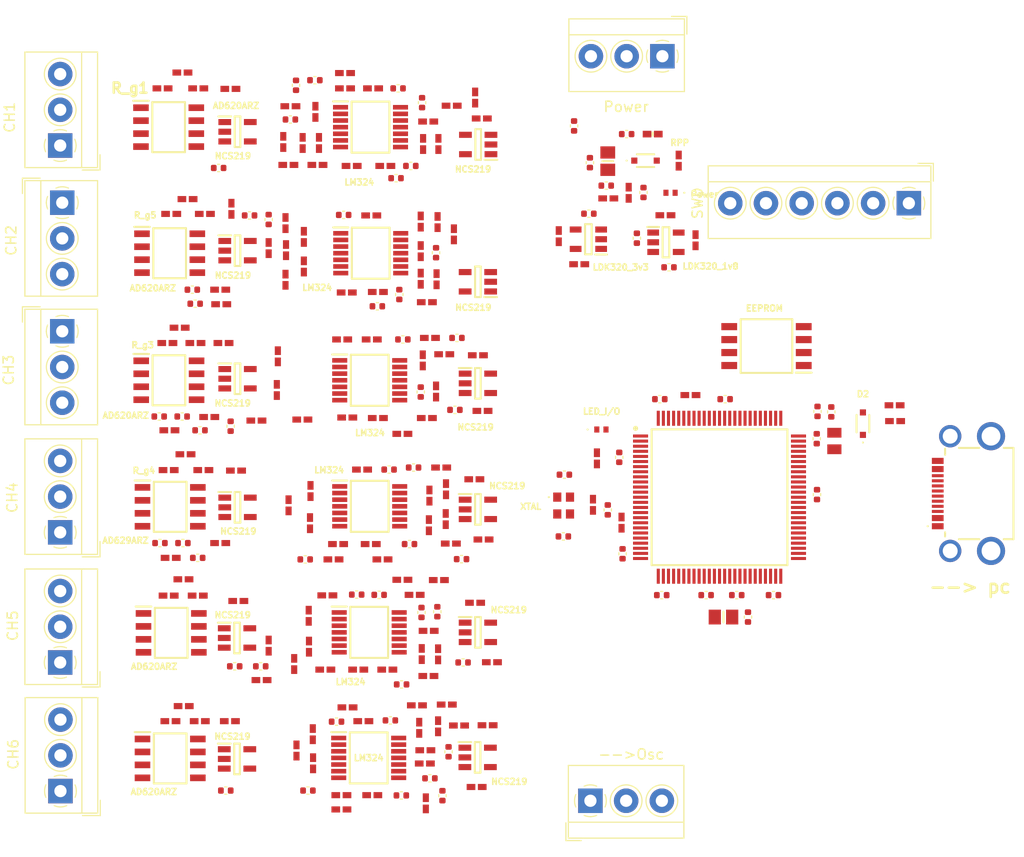
<source format=kicad_pcb>
(kicad_pcb (version 20221018) (generator pcbnew)
  (layers (0 "F.Cu" mixed) (1 "In1.Cu" power) (2 "In2.Cu" mixed) (3 "In3.Cu" power) (4 "In4.Cu" power) (31 "B.Cu" mixed) (34 "B.Paste" user) (35 "F.Paste" user) (36 "B.SilkS" user "B.Silkscreen") (37 "F.SilkS" user "F.Silkscreen") (38 "B.Mask" user) (39 "F.Mask" user) (44 "Edge.Cuts" user))
  (net 0 "")
  (net 1 "GND")
  (net 2 "-12V")
  (net 3 "/Analog Signal Conditioner (ASC)/OUT_INS_6")
  (net 4 "Net-(C14-Pad1)")
  (net 5 "/Analog Signal Conditioner (ASC)/OUT_1_6")
  (net 6 "Net-(C15-Pad1)")
  (net 7 "/Analog Signal Conditioner (ASC)/OUT_INS_1")
  (net 8 "Net-(C16-Pad1)")
  (net 9 "/Analog Signal Conditioner (ASC)/OUT_1_1")
  (net 10 "Net-(C17-Pad1)")
  (net 11 "/Analog Signal Conditioner (ASC)/OUT_INS_2")
  (net 12 "Net-(C18-Pad1)")
  (net 13 "/Analog Signal Conditioner (ASC)/OUT_1_2")
  (net 14 "Net-(C19-Pad1)")
  (net 15 "/Analog Signal Conditioner (ASC)/OUT_1_3")
  (net 16 "Net-(C20-Pad1)")
  (net 17 "/Analog Signal Conditioner (ASC)/OUT_INS_4")
  (net 18 "Net-(C21-Pad1)")
  (net 19 "/Analog Signal Conditioner (ASC)/OUT_1_4")
  (net 20 "Net-(C10-Pad2)")
  (net 21 "/Analog Signal Conditioner (ASC)/OUT_INS_5")
  (net 22 "Net-(C11-Pad2)")
  (net 23 "/Analog Signal Conditioner (ASC)/OUT_1_5")
  (net 24 "Net-(C12-Pad2)")
  (net 25 "/Analog Signal Conditioner (ASC)/OUT_INS_3")
  (net 26 "Net-(C13-Pad2)")
  (net 27 "/Analog Signal Conditioner (ASC)/IN+1_6")
  (net 28 "/Analog Signal Conditioner (ASC)/IN+2_6")
  (net 29 "/Analog Signal Conditioner (ASC)/IN+1_1")
  (net 30 "/Analog Signal Conditioner (ASC)/IN+2_1")
  (net 31 "/Analog Signal Conditioner (ASC)/IN+1_2")
  (net 32 "/Analog Signal Conditioner (ASC)/IN+2_2")
  (net 33 "/Analog Signal Conditioner (ASC)/IN+2_3")
  (net 34 "/Analog Signal Conditioner (ASC)/IN+1_4")
  (net 35 "/Analog Signal Conditioner (ASC)/IN+2_4")
  (net 36 "/Analog Signal Conditioner (ASC)/IN+1_5")
  (net 37 "/Analog Signal Conditioner (ASC)/IN+2_5")
  (net 38 "/Analog Signal Conditioner (ASC)/IN+1_3")
  (net 39 "Net-(C26-Pad1)")
  (net 40 "/Analog Signal Conditioner (ASC)/OUT_4_2")
  (net 41 "/Analog Signal Conditioner (ASC)/IN+4_2")
  (net 42 "Net-(C28-Pad1)")
  (net 43 "/Analog Signal Conditioner (ASC)/OUT_4_3")
  (net 44 "/Analog Signal Conditioner (ASC)/IN+4_3")
  (net 45 "Net-(C30-Pad1)")
  (net 46 "/Analog Signal Conditioner (ASC)/OUT_4_4")
  (net 47 "/Analog Signal Conditioner (ASC)/IN+4_4")
  (net 48 "Net-(C32-Pad1)")
  (net 49 "/Analog Signal Conditioner (ASC)/OUT_4_1")
  (net 50 "/Analog Signal Conditioner (ASC)/IN+4_1")
  (net 51 "Net-(C34-Pad1)")
  (net 52 "/Analog Signal Conditioner (ASC)/OUT_3_2")
  (net 53 "/Analog Signal Conditioner (ASC)/IN+3_2")
  (net 54 "Net-(C36-Pad1)")
  (net 55 "/Analog Signal Conditioner (ASC)/OUT_3_3")
  (net 56 "/Analog Signal Conditioner (ASC)/IN+3_3")
  (net 57 "Net-(C38-Pad1)")
  (net 58 "/Analog Signal Conditioner (ASC)/OUT_4_5")
  (net 59 "/Analog Signal Conditioner (ASC)/IN+4_5")
  (net 60 "Net-(C40-Pad1)")
  (net 61 "/Analog Signal Conditioner (ASC)/OUT_4_6")
  (net 62 "/Analog Signal Conditioner (ASC)/IN+4_6")
  (net 63 "Net-(C42-Pad1)")
  (net 64 "/Analog Signal Conditioner (ASC)/OUT_3_4")
  (net 65 "/Analog Signal Conditioner (ASC)/IN+3_4")
  (net 66 "Net-(C44-Pad1)")
  (net 67 "/Analog Signal Conditioner (ASC)/OUT_3_1")
  (net 68 "/Analog Signal Conditioner (ASC)/IN+3_1")
  (net 69 "Net-(C46-Pad1)")
  (net 70 "/Analog Signal Conditioner (ASC)/OUT_3_5")
  (net 71 "/Analog Signal Conditioner (ASC)/IN+3_5")
  (net 72 "Net-(C48-Pad1)")
  (net 73 "/Analog Signal Conditioner (ASC)/OUT_3_6")
  (net 74 "/Analog Signal Conditioner (ASC)/IN+3_6")
  (net 75 "+3.3V")
  (net 76 "Net-(IC25-VDDA)")
  (net 77 "Net-(IC25-PF0-OSC_IN)")
  (net 78 "Net-(Y1-X2)")
  (net 79 "/MCU/NRST")
  (net 80 "Net-(C64-Pad1)")
  (net 81 "+5V")
  (net 82 "Net-(IC26-EN)")
  (net 83 "Net-(IC1-RG_1)")
  (net 84 "EMG_1-")
  (net 85 "EMG_1+")
  (net 86 "+12V")
  (net 87 "Net-(IC1-RG_2)")
  (net 88 "Net-(IC2-RG_1)")
  (net 89 "EMG_3-")
  (net 90 "EMG_3+")
  (net 91 "REF_3")
  (net 92 "Net-(IC2-RG_2)")
  (net 93 "Net-(IC3-RG_1)")
  (net 94 "EMG_4-")
  (net 95 "EMG_4+")
  (net 96 "REF_4")
  (net 97 "Net-(IC3-RG_2)")
  (net 98 "Net-(IC4-RG_1)")
  (net 99 "EMG_5-")
  (net 100 "EMG_5+")
  (net 101 "REF_5")
  (net 102 "Net-(IC4-RG_2)")
  (net 103 "Net-(IC5-RG_1)")
  (net 104 "EMG_2-")
  (net 105 "EMG_2+")
  (net 106 "REF_2")
  (net 107 "Net-(IC5-RG_2)")
  (net 108 "Net-(IC6-RG_1)")
  (net 109 "EMG_6-")
  (net 110 "EMG_6+")
  (net 111 "REF_6")
  (net 112 "Net-(IC6-RG_2)")
  (net 113 "REF_1")
  (net 114 "Net-(IC7-IN-)")
  (net 115 "Net-(IC8-IN-)")
  (net 116 "Net-(IC9-IN-)")
  (net 117 "Net-(IC10-IN-)")
  (net 118 "Net-(IC11-IN-)")
  (net 119 "Net-(IC12-IN-)")
  (net 120 "/Analog Signal Conditioner (ASC)/IN-1_2")
  (net 121 "/Analog Signal Conditioner (ASC)/IN-2_2")
  (net 122 "/Analog Signal Conditioner (ASC)/OUT_2_2")
  (net 123 "/Analog Signal Conditioner (ASC)/IN-3_2")
  (net 124 "/Analog Signal Conditioner (ASC)/IN-4_2")
  (net 125 "/Analog Signal Conditioner (ASC)/IN-1_3")
  (net 126 "/Analog Signal Conditioner (ASC)/IN-2_3")
  (net 127 "/Analog Signal Conditioner (ASC)/OUT_2_3")
  (net 128 "/Analog Signal Conditioner (ASC)/IN-3_3")
  (net 129 "/Analog Signal Conditioner (ASC)/IN-4_3")
  (net 130 "/Analog Signal Conditioner (ASC)/IN-1_4")
  (net 131 "/Analog Signal Conditioner (ASC)/IN-2_4")
  (net 132 "/Analog Signal Conditioner (ASC)/OUT_2_4")
  (net 133 "/Analog Signal Conditioner (ASC)/IN-3_4")
  (net 134 "/Analog Signal Conditioner (ASC)/IN-4_4")
  (net 135 "/Analog Signal Conditioner (ASC)/IN-1_1")
  (net 136 "/Analog Signal Conditioner (ASC)/IN-2_1")
  (net 137 "/Analog Signal Conditioner (ASC)/OUT_2_1")
  (net 138 "/Analog Signal Conditioner (ASC)/IN-3_1")
  (net 139 "/Analog Signal Conditioner (ASC)/IN-4_1")
  (net 140 "/Analog Signal Conditioner (ASC)/IN-1_5")
  (net 141 "/Analog Signal Conditioner (ASC)/IN-2_5")
  (net 142 "/Analog Signal Conditioner (ASC)/OUT_2_5")
  (net 143 "/Analog Signal Conditioner (ASC)/IN-3_5")
  (net 144 "/Analog Signal Conditioner (ASC)/IN-4_5")
  (net 145 "/Analog Signal Conditioner (ASC)/IN-1_6")
  (net 146 "/Analog Signal Conditioner (ASC)/IN-2_6")
  (net 147 "/Analog Signal Conditioner (ASC)/OUT_2_6")
  (net 148 "/Analog Signal Conditioner (ASC)/IN-3_6")
  (net 149 "/Analog Signal Conditioner (ASC)/IN-4_6")
  (net 150 "/Analog Signal Conditioner (ASC)/ASC->ADC_1_USER2")
  (net 151 "/Analog Signal Conditioner (ASC)/IN-1_3_2")
  (net 152 "/Analog Signal Conditioner (ASC)/ASC->ADC_2_USER1")
  (net 153 "/Analog Signal Conditioner (ASC)/IN-1_3_3")
  (net 154 "/Analog Signal Conditioner (ASC)/ASC->ADC_2_USER2")
  (net 155 "/Analog Signal Conditioner (ASC)/IN-1_3_4")
  (net 156 "/Analog Signal Conditioner (ASC)/ASC->ADC_1_USER1")
  (net 157 "/Analog Signal Conditioner (ASC)/IN-1_3_1")
  (net 158 "/Analog Signal Conditioner (ASC)/ASC->ADC_3_USER1")
  (net 159 "/Analog Signal Conditioner (ASC)/IN-1_3_5")
  (net 160 "/Analog Signal Conditioner (ASC)/ASC->ADC_3_USER2")
  (net 161 "/Analog Signal Conditioner (ASC)/IN-1_3_6")
  (net 165 "Net-(IC25-PE5)")
  (net 170 "/SCLK_DRV")
  (net 172 "Net-(IC25-PF1-OSC_OUT)")
  (net 180 "/MCU/DAC1_OUT1_Osc")
  (net 181 "/MCU/DAC1_OUT2_Osc")
  (net 196 "/SCS5_DRV")
  (net 198 "/SDATO_DRV")
  (net 199 "/SDATI_DRV")
  (net 202 "/SCS4_DRV")
  (net 204 "/SCS3_DRV")
  (net 206 "/SCS2_DRV")
  (net 208 "/SCS1_DRV")
  (net 215 "/MCU/USB-FS_D_N")
  (net 216 "/MCU/USB-FS_D_P")
  (net 217 "/MCU/SWDIO")
  (net 218 "/MCU/SWCLK")
  (net 220 "/FLASH/SPI3_SCK_Flash")
  (net 221 "/FLASH/SPI3_SO_Flash")
  (net 222 "/FLASH/SPI3_SI_Flash")
  (net 224 "/FLASH/Chip-Enable-I{slash}O")
  (net 226 "/FLASH/Write_Protect_I{slash}O")
  (net 228 "/FLASH/RST{slash}HLD-I{slash}O")
  (net 231 "/MCU/SWO")
  (net 236 "Net-(IC25-PB8-BOOT0)")
  (net 240 "Net-(IC26-OUT)")
  (net 241 "Net-(IC27-OUT)")
  (net 242 "Net-(J8-CC1)")
  (net 245 "Net-(J8-CC2)")
  (net 248 "Net-(LED1-Pad1)")
  (net 249 "Net-(LED6-Pad1)")
  (net 250 "/Analog Signal Conditioner (ASC)/ASC->ADC­_1_USER1")
  (net 251 "-5V")
  (net 252 "+1.8V")
  (footprint "Fermion_1:Single Opamp" (layer "F.Cu") (at 171.925 152.65)
    (fp_text reference "NCS219")
    (fp_text value "NCS21911SN2T1G" hide)
  )
  (footprint "Fermion_1:RES0402" (layer "F.Cu") (at 216.8 126.48 -90)
    (fp_text reference "R137" hide)
    (fp_text value "91K" hide)
  )
  (footprint "Fermion_1:RES0402" (layer "F.Cu") (at 191.575 167.05 90)
    (fp_text reference "R112" hide)
    (fp_text value "1K" hide)
  )
  (footprint "Capacitor_SMD:C_0402_1005Metric" (layer "F.Cu") (at 187.775 131.8 90)
    (fp_text reference "C35" hide)
    (fp_text value "12nF")
  )
  (footprint "Fermion_1:RES0402" (layer "F.Cu") (at 190.375 181.65 90)
    (fp_text reference "R90" hide)
    (fp_text value "5.36K" hide)
  )
  (footprint "TerminalBlock_4Ucon:TerminalBlock_4Ucon_1x03_P3.50mm_Horizontal" (layer "F.Cu") (at 154.55 155.1 90)
    (fp_text reference "CH4")
    (fp_text value "Screw_Terminal")
  )
  (footprint "Fermion_1:RES0402" (layer "F.Cu") (at 191.605 117.05 90)
    (fp_text reference "R110" hide)
    (fp_text value "1K" hide)
  )
  (footprint "Fermion_1:RES0402" (layer "F.Cu") (at 190.605 114.85)
    (fp_text reference "R97" hide)
    (fp_text value "2K" hide)
  )
  (footprint "Fermion_1:RES0402" (layer "F.Cu") (at 185.075 136.2)
    (fp_text reference "R84" hide)
    (fp_text value "5.36K" hide)
  )
  (footprint "TerminalBlock_4Ucon:TerminalBlock_4Ucon_1x03_P3.50mm_Horizontal" (layer "F.Cu") (at 154.75 135.4 -90)
    (fp_text reference "CH3")
    (fp_text value "Screw_Terminal")
  )
  (footprint "Fermion_1:RES0402" (layer "F.Cu") (at 193.625 174.025)
    (fp_text reference "R74" hide)
    (fp_text value "10k" hide)
  )
  (footprint "Capacitor_SMD:C_0402_1005Metric" (layer "F.Cu") (at 219.7 142.05)
    (fp_text reference "C57" hide)
    (fp_text value "100nF")
  )
  (footprint "Fermion_1:RES0402" (layer "F.Cu") (at 178.9 163.275 90)
    (fp_text reference "R61" hide)
    (fp_text value "3K" hide)
  )
  (footprint "Fermion_1:RES0402" (layer "F.Cu") (at 165.175 149 180)
    (fp_text reference "R_g4")
    (fp_text value "10K" hide)
  )
  (footprint "Fermion_1:RES0402" (layer "F.Cu") (at 176.625 130.35 90)
    (fp_text reference "R54" hide)
    (fp_text value "1K" hide)
  )
  (footprint "Fermion_1:Single Opamp" (layer "F.Cu") (at 171.925 115.85)
    (fp_text reference "NCS219")
    (fp_text value "NCS21911SN2T1G" hide)
  )
  (footprint "Fermion_1:RES0402" (layer "F.Cu") (at 182.175 136.2)
    (fp_text reference "R72" hide)
    (fp_text value "5.36K" hide)
  )
  (footprint "Capacitor_SMD:C_0402_1005Metric" (layer "F.Cu") (at 189.95 162.95 90)
    (fp_text reference "C38" hide)
    (fp_text value "33nF")
  )
  (footprint "Capacitor_SMD:C_0402_1005Metric" (layer "F.Cu") (at 209.325 147.75 90)
    (fp_text reference "C59" hide)
    (fp_text value "100nF")
  )
  (footprint "Fermion_1:RES0402" (layer "F.Cu") (at 171.225 111.65)
    (fp_text reference "R2" hide)
    (fp_text value "1M_1%" hide)
  )
  (footprint "Fermion_1:RES0402" (layer "F.Cu") (at 176.925 152.45 90)
    (fp_text reference "R58" hide)
    (fp_text value "1K" hide)
  )
  (footprint "Fermion_1:LM324_SOP65P640X120-14N" (layer "F.Cu") (at 184.825 164.9)
    (fp_text reference "LM324")
    (fp_text value "LM324PT" hide)
  )
  (footprint "Capacitor_SMD:C_0402_1005Metric" (layer "F.Cu") (at 178.555 157.75)
    (fp_text reference "C22" hide)
    (fp_text value "0.1uF")
  )
  (footprint "Capacitor_SMD:C_0402_1005Metric" (layer "F.Cu") (at 174.975 124.45 -90)
    (fp_text reference "C19" hide)
    (fp_text value "0.1uF")
  )
  (footprint "TerminalBlock_4Ucon:TerminalBlock_4Ucon_1x03_P3.50mm_Horizontal" (layer "F.Cu") (at 154.75 122.8 -90)
    (fp_text reference "CH2")
    (fp_text value "Screw_Terminal")
  )
  (footprint "Capacitor_SMD:C_0402_1005Metric" (layer "F.Cu") (at 181.625 173.65)
    (fp_text reference "C3" hide)
    (fp_text value "0.1uF")
  )
  (footprint "Fermion_1:RES0402" (layer "F.Cu") (at 190.075 138.25 90)
    (fp_text reference "R101" hide)
    (fp_text value "2K" hide)
  )
  (footprint "Fermion_1:VARC1005X41N_ESDsup" (layer "F.Cu") (at 212.6 116.08)
    (fp_text reference "RV1" hide)
    (fp_text value "ESD-Supresssor" hide)
  )
  (footprint "Capacitor_SMD:C_0402_1005Metric" (layer "F.Cu") (at 173.105 124.05)
    (fp_text reference "C7" hide)
    (fp_text value "0.1uF")
  )
  (footprint "Fermion_1:RES0402" (layer "F.Cu") (at 195.2 162 180)
    (fp_text reference "R123" hide)
    (fp_text value "20K" hide)
  )
  (footprint "Capacitor_SMD:C_0402_1005Metric" (layer "F.Cu") (at 185.625 132.95)
    (fp_text reference "C34" hide)
    (fp_text value "82nF")
  )
  (footprint "Fermion_1:RES0402" (layer "F.Cu") (at 191.425 130.3 90)
    (fp_text reference "R100" hide)
    (fp_text value "1K" hide)
  )
  (footprint "Capacitor_SMD:C_0402_1005Metric" (layer "F.Cu") (at 174.2 168.225)
    (fp_text reference "C23" hide)
    (fp_text value "1uF")
  )
  (footprint "Fermion_1:RES0402" (layer "F.Cu") (at 210.25 121.83 90)
    (fp_text reference "R132" hide)
    (fp_text value "1K" hide)
  )
  (footprint "Capacitor_SMD:C_0402_1005Metric" (layer "F.Cu") (at 168.025 157.6)
    (fp_text reference "C10" hide)
    (fp_text value "0.1uF")
  )
  (footprint "Fermion_1:RES0402" (layer "F.Cu") (at 184.25 173.6 180)
    (fp_text reference "R44" hide)
    (fp_text value "1K" hide)
  )
  (footprint "Fermion_1:RES0402" (layer "F.Cu") (at 182.1 180.85 180)
    (fp_text reference "R45" hide)
    (fp_text value "3K" hide)
  )
  (footprint "Fermion_1:RES0402" (layer "F.Cu") (at 186.6 168.55)
    (fp_text reference "R89" hide)
    (fp_text value "5.36K" hide)
  )
  (footprint "Fermion_1:RES0402" (layer "F.Cu") (at 191.575 174.1 -90)
    (fp_text reference "R20" hide)
    (fp_text value "95.3k" hide)
  )
  (footprint "Fermion_1:RES0402" (layer "F.Cu") (at 166.525 110.05)
    (fp_text reference "R13" hide)
    (fp_text value "22K_1%" hide)
  )
  (footprint "Fermion_1:RES0402" (layer "F.Cu") (at 189.275 161.225)
    (fp_text reference "R29" hide)
    (fp_text value "95.3k" hide)
  )
  (footprint "Fermion_1:RES0402" (layer "F.Cu") (at 175.875 137.85 90)
    (fp_text reference "R65" hide)
    (fp_text value "3K" hide)
  )
  (footprint "Fermion_1:RES0402" (layer "F.Cu") (at 192.825 156.2)
    (fp_text reference "R69" hide)
    (fp_text value "10k" hide)
  )
  (footprint "Capacitor_SMD:C_0402_1005Metric" (layer "F.Cu") (at 209.65 157.2 90)
    (fp_text reference "C53" hide)
    (fp_text value "100nF")
  )
  (footprint "Fermion_1:RES0402" (layer "F.Cu") (at 183.75 168.55)
    (fp_text reference "R77" hide)
    (fp_text value "5.36K" hide)
  )
  (footprint "Fermion_1:RES0402" (layer "F.Cu") (at 179.3 174.875 90)
    (fp_text reference "R43" hide)
    (fp_text value "3K" hide)
  )
  (footprint "Fermion_1:RES0402" (layer "F.Cu") (at 165.25 145.1)
    (fp_text reference "R42" hide)
    (fp_text value "23.2K" hide)
  )
  (footprint "Fermion_1:RES0402" (layer "F.Cu") (at 236.35 144.2)
    (fp_text reference "R139" hide)
    (fp_text value "5K1" hide)
  )
  (footprint "Fermion_1:RES0402" (layer "F.Cu") (at 186.405 119.2)
    (fp_text reference "R88" hide)
    (fp_text value "5.36K" hide)
  )
  (footprint "Capacitor_SMD:C_0402_1005Metric" (layer "F.Cu") (at 192 180.9 -90)
    (fp_text reference "C49" hide)
    (fp_text value "12nF")
  )
  (footprint "Fermion_1:RES0402" (layer "F.Cu") (at 192.425 171.975 180)
    (fp_text reference "R106" hide)
    (fp_text value "1K" hide)
  )
  (footprint "Fermion_1:RES0402" (layer "F.Cu") (at 174.275 169.575)
    (fp_text reference "R40" hide)
    (fp_text value "23.2K" hide)
  )
  (footprint "Fermion_1:RES0402" (layer "F.Cu") (at 195.475 137.75 180)
    (fp_text reference "R117" hide)
    (fp_text value "20K" hide)
  )
  (footprint "Fermion_1:RES0402" (layer "F.Cu") (at 216.3 141.65)
    (fp_text reference "R129" hide)
    (fp_text value "1K" hide)
  )
  (footprint "Fermion_1:RES0402" (layer "F.Cu") (at 190.725 151.5 -90)
    (fp_text reference "R108" hide)
    (fp_text value "1K" hide)
  )
  (footprint "Fermion_1:RES0402" (layer "F.Cu") (at 206.75 152.4 90)
    (fp_text reference "R127" hide)
    (fp_text value "1K" hide)
  )
  (footprint "Fermion_1:AD620" (layer "F.Cu") (at 165.425 164.95)
    (fp_text reference "AD620ARZ")
    (fp_text value "AD620ARZ" hide)
  )
  (footprint "Fermion_1:Single Opamp" (layer "F.Cu") (at 171.925 140.05)
    (fp_text reference "NCS219")
    (fp_text value "NCS21911SN2T1G" hide)
  )
  (footprint "Capacitor_SMD:C_0402_1005Metric" (layer "F.Cu") (at 204.9 115.28 90)
    (fp_text reference "C1" hide)
    (fp_text value "1uF/12V")
  )
  (footprint "Fermion_1:RES0402" (layer "F.Cu") (at 177.475 168 -90)
    (fp_text reference "R64" hide)
    (fp_text value "1K" hide)
  )
  (footprint "Fermion_1:LM324_SOP65P640X120-14N" (layer "F.Cu") (at 184.775 177.2)
    (fp_text reference "LM324")
    (fp_text value "LM324PT" hide)
  )
  (footprint "Fermion_1:RES0402" (layer "F.Cu") (at 182.455 111.6)
    (fp_text reference "R70" hide)
    (fp_text value "10k" hide)
  )
  (footprint "Fermion_1:RES0402" (layer "F.Cu") (at 176.675 127.45 90)
    (fp_text reference "R53" hide)
    (fp_text value "3K" hide)
  )
  (footprint "Capacitor_SMD:C_0402_1005Metric" (layer "F.Cu") (at 211.7 121.8 90)
    (fp_text reference "C66" hide)
    (fp_text value "100pF")
  )
  (footprint "Fermion_1:RES0402" (layer "F.Cu") (at 193.125 125.9 90)
    (fp_text reference "R116" hide)
    (fp_text value "10K" hide)
  )
  (footprint "Fermion_1:RES0402" (layer "F.Cu") (at 178.425 129.05 90)
    (fp_text reference "R52" hide)
    (fp_text value "1K" hide)
  )
  (footprint "Capacitor_SMD:C_0402_1005Metric" (layer "F.Cu") (at 189.875 141.35 90)
    (fp_text reference "C37" hide)
    (fp_text value "12nF")
  )
  (footprint "Capacitor_SMD:C_0402_1005Metric" (layer "F.Cu") (at 203.85 155.5 180)
    (fp_text reference "C62" hide)
    (fp_text value "100pF")
  )
  (footprint "Fermion_1:RES0402" (layer "F.Cu") (at 179.325 177.725 90)
    (fp_text reference "R19" hide)
    (fp_text value "3.48K" hide)
  )
  (footprint "Fermion_1:ABM10_XTAL" (layer "F.Cu") (at 203.875 152.475 -90)
    (fp_text reference "XTAL")
    (fp_text value "ABM10-16.000MHZ-D30-T3" hide)
  )
  (footprint "Fermion_1:RES0402" (layer "F.Cu") (at 171.175 173.6)
    (fp_text reference "R12" hide)
    (fp_text value "1M_1%" hide)
  )
  (footprint "Fermion_1:RES0402" (layer "F.Cu") (at 192.905 113.3 180)
    (fp_text reference "R98" hide)
    (fp_text value "1K" hide)
  )
  (footprint "TerminalBlock_4Ucon:TerminalBlock_4Ucon_1x03_P3.50mm_Horizontal" (layer "F.Cu") (at 206.5 181.4)
    (fp_text reference "-->Osc")
    (fp_text value "--> Osc")
  )
  (footprint "Fermion_1:RES0402" (layer "F.Cu") (at 182.625 131.6)
    (fp_text reference "R71" hide)
    (fp_text value "5.36K" hide)
  )
  (footprint "Fermion_1:Single Opamp" (layer "F.Cu") (at 171.875 165.45)
    (fp_text reference "NCS219")
    (fp_text value "NCS21911SN2T1G" hide)
  )
  (footprint "Capacitor_SMD:C_0402_1005Metric" (layer "F.Cu") (at 193.425 136.05 180)
    (fp_text reference "C29" hide)
    (fp_text value "30nF")
  )
  (footprint "Fermion_1:Single Opamp" (layer "F.Cu") (at 195.45 177.15)
    (fp_text reference "NCS219")
    (fp_text value "NCS21911SN2T1G" hide)
  )
  (footprint "Capacitor_SMD:C_0402_1005Metric" (layer "F.Cu") (at 213.3 142.05)
    (fp_text reference "C50" hide)
    (fp_text value "2u2F")
  )
  (footprint "Capacitor_SMD:C_0402_1005Metric" (layer "F.Cu") (at 170.775 180.4)
    (fp_text reference "C2" hide)
    (fp_text value "1uF")
  )
  (footprint "Capacitor_SMD:C_0402_1005Metric" (layer "F.Cu") (at 217.838 161.25 180)
    (fp_text reference "C60" hide)
    (fp_text value "100nF")
  )
  (footprint "Fermion_1:RES0402" (layer "F.Cu") (at 186.125 157.75)
    (fp_text reference "R87" hide)
    (fp_text value "5.36K" hide)
  )
  (footprint "Fermion_1:RES0402" (layer "F.Cu") (at 236.3 142.65)
    (fp_text reference "R138" hide)
    (fp_text value "5K1" hide)
  )
  (footprint "Fermion_1:RES0402" (layer "F.Cu") (at 195.35 180.05)
    (fp_text reference "R126" hide)
    (fp_text value "10K" hide)
  )
  (footprint "Capacitor_SMD:C_0402_1005Metric" (layer "F.Cu") (at 186.775 148.95)
    (fp_text reference "C43" hide)
    (fp_text value "12nF")
  )
  (footprint "Fermion_1:AD620" (layer "F.Cu") (at 165.2 140.2)
    (fp_text reference "AD620ARZ")
    (fp_text value "AD620ARZ" hide)
  )
  (footprint "Capacitor_SMD:C_0402_1005Metric" (layer "F.Cu") (at 189.175 148.75 180)
    (fp_text reference "C31" hide)
    (fp_text value "30nF")
  )
  (footprint "Fermion_1:RES0402" (layer "F.Cu") (at 179.755 119.1)
    (fp_text reference "R33" hide)
    (fp_text value "82k" hide)
  )
  (footprint "Fermion_1:RES0402" (layer "F.Cu") (at 185.125 180.85 180)
    (fp_text reference "R46" hide)
    (fp_text value "1K" hide)
  )
  (footprint "Capacitor_SMD:C_0402_1005Metric" (layer "F.Cu") (at 167.495 131.325)
    (fp_text reference "C6" hide)
    (fp_text value "1uF")
  )
  (footprint "Fermion_1:RES0402" (layer "F.Cu") (at 188.075 145.45)
    (fp_text reference "R94" hide)
    (fp_text value "1K" hide)
  )
  (footprint "Fermion_1:AD620" (layer "F.Cu") (at 165.275 127.75)
    (fp_text reference "AD620ARZ")
    (fp_text value "AD620ARZ" hide)
  )
  (footprint "Fermion_1:RES0402" (layer "F.Cu") (at 205.4 128.83)
    (fp_text reference "R134" hide)
    (fp_text value "10K" hide)
  )
  (footprint "Capacitor_SMD:C_0402_1005Metric" (layer "F.Cu") (at 228.675 145.925 -90)
    (fp_text reference "C51" hide)
    (fp_text value "100nF")
  )
  (footprint "Fermion_1:RES0402" (layer "F.Cu") (at 175.775 141.15 90)
    (fp_text reference "R66" hide)
    (fp_text value "1K" hide)
  )
  (footprint "Capacitor_SMD:C_0402_1005Metric" (layer "F.Cu") (at 220.838 161.25)
    (fp_text reference "C58" hide)
    (fp_text value "100nF")
  )
  (footprint "Fermion_1:LM324_SOP65P640X120-14N" (layer "F.Cu") (at 184.875 140.2)
    (fp_text reference "IC14" hide)
    (fp_text value "LM324PT" hide)
  )
  (footprint "Fermion_1:RES0402" (layer "F.Cu") (at 164.575 111.6 180)
    (fp_text reference "R_g1")
    (fp_text value "10K" hide)
  )
  (footprint "Fermion_1:RES0402" (layer "F.Cu") (at 170.225 156.15)
    (fp_text reference "R26" hide)
    (fp_text value "3.48K" hide)
  )
  (footprint "Capacitor_SMD:C_0402_1005Metric" (layer "F.Cu") (at 206.35 123.88)
    (fp_text reference "C68" hide)
    (fp_text value "1uF")
  )
  (footprint "Fermion_1:RES0402" (layer "F.Cu") (at 174.975 127.25 -90)
    (fp_text reference "R24" hide)
    (fp_text value "95.3k" hide)
  )
  (footprint "Capacitor_SMD:C_0402_1005Metric" (layer "F.Cu") (at 193.225 143.1)
    (fp_text reference "C28" hide)
    (fp_text value "33nF")
  )
  (footprint "Fermion_1:RES0402" (layer "F.Cu") (at 188.075 159.75)
    (fp_text reference "R103" hide)
    (fp_text value "2K" hide)
  )
  (footprint "Fermion_1:RES0402" (layer "F.Cu") (at 185.675 131.55)
    (fp_text reference "R83" hide)
    (fp_text value "5.36K" hide)
  )
  (footprint "Fermion_1:RES0402" (layer "F.Cu") (at 196.025 155.8)
    (fp_text reference "R120" hide)
    (fp_text value "10K" hide)
  )
  (footprint "TerminalBlock_4Ucon:TerminalBlock_4Ucon_1x06_P3.50mm_Horizontal" (layer "F.Cu") (at 237.7 122.85 180)
    (fp_text reference "SWD")
    (fp_text value "~")
  )
  (footprint "Capacitor_SMD:C_0402_1005Metric" (layer "F.Cu") (at 188.775 156.25)
    (fp_text reference "C42" hide)
    (fp_text value "82nF")
  )
  (footprint "Fermion_1:23409011_USB-FS" (layer "F.Cu") (at 244.6 151.3 90)
    (fp_text reference "--> pc")
    (fp_text value "2340901-1_USB-FS" hide)
  )
  (footprint "Fermion_1:RES0402" (layer "F.Cu") (at 192.35 150.875 -90)
    (fp_text reference "R95" hide)
    (fp_text value "2K" hide)
  )
  (footprint "Fermion_1:RES0402" (layer "F.Cu") (at 179.905 116.95 -90)
    (fp_text reference "R49" hide)
    (fp_text value "3K" hide)
  )
  (footprint "Fermion_1:RES0402" (layer "F.Cu") (at 190.65 164.75 180)
    (fp_text reference "R85" hide)
    (fp_text value "10k" hide)
  )
  (footprint "Fermion_1:RES0402" (layer "F.Cu") (at 183.105 119.2)
    (fp_text reference "R76" hide)
    (fp_text value "5.36K" hide)
  )
  (footprint "Fermion_1:RES0402" (layer "F.Cu") (at 191.375 141.3 90)
    (fp_text reference "R102" hide)
    (fp_text value "1K" hide)
  )
  (footprint "Fermion_1:RES0402" (layer "F.Cu") (at 179.555 113.9 90)
    (fp_text reference "R47" hide)
    (fp_text value "3K" hide)
  )
  (footprint "Fermion_1:RES0402" (layer "F.Cu") (at 191.525 124.7 90)
    (fp_text reference "R115" hide)
    (fp_text value "20K" hide)
  )
  (footprint "Capacitor_SMD:C_0402_1005Metric" (layer "F.Cu") (at 177.105 114.65)
    (fp_text reference "C16" hide)
    (fp_text value "1uF")
  )
  (footprint "Fermion_1:RES0402" (layer "F.Cu") (at 215.15 118.68 90)
    (fp_text reference "R130" hide)
    (fp_text value "1K" hide)
  )
  (footprint "Fermion_1:RES0402" (layer "F.Cu") (at 165.375 157.6)
    (fp_text reference "R38" hide)
    (fp_text value "23.2K" hide)
  )
  (footprint "Fermion_1:RES0402" (layer "F.Cu") (at 192.175 137.65)
    (fp_text reference "R68" hide)
    (fp_text value "10k" hide)
  )
  (footprint "Fermion_1:RES0402" (layer "F.Cu") (at 168.025 161.3)
    (fp_text reference "R9" hide)
    (fp_text value "22K_1%" hide)
  )
  (footprint "Fermion_1:RES0402" (layer "F.Cu") (at 170.325 132.75)
    (fp_text reference "R23" hide)
    (fp_text value "3.48K" hide)
  )
  (footprint "Capacitor_SMD:C_0402_1005Metric" (layer "F.Cu") (at 179.505 110.8)
    (fp_text reference "C17" hide)
    (fp_text value "0.1uF")
  )
  (footprint "Fermion_1:Single Opamp" (layer "F.Cu") (at 195.475 140.5)
    (fp_text reference "IC20" hide)
    (fp_text value "NCS21911SN2T1G" hide)
  )
  (footprint "Capacitor_SMD:C_0402_1005Metric" (layer "F.Cu") (at 193.875 157.725)
    (fp_text reference "C30" hide)
    (fp_text value "33nF")
  )
  (footprint "Capacitor_SMD:C_0402_1005Metric" (layer "F.Cu") (at 182.325 124)
    (fp_text reference "C27" hide)
    (fp_text value "30nF")
  )
  (footprint "Fermion_1:RES0402" (layer "F.Cu") (at 178.925 166.3 90)
    (fp_text reference "R62" hide)
    (fp_text value "1K" hide)
  )
  (footprint "Capacitor_SMD:C_0402_1005Metric" (layer "F.Cu") (at 194.025 167.85 180)
    (fp_text reference "C39" hide)
    (fp_text value "30nF")
  )
  (footprint "Capacitor_SMD:C_0402_1005Metric" (layer "F.Cu") (at 192.6 176.6 -90)
    (fp_text reference "C40" hide)
    (fp_text value "33nF")
  )
  (footprint "Capacitor_SMD:C_0402_1005Metric" (layer "F.Cu") (at 166.575 156.15)
    (fp_text reference "C21" hide)
    (fp_text value "1uF")
  )
  (footprint "Fermion_1:RES0402" (layer "F.Cu") (at 189.875 130.25 -90)
    (fp_text reference "R99" hide)
    (fp_text value "2K" hide)
  )
  (footprint "Fermion_1:FBC2012X90N" (layer "F.Cu") (at 230.4 146.15 90)
    (fp_text reference "FB3" hide)
    (fp_text value "FB 120R" hide)
  )
  (footprint "Capacitor_SMD:C_0402_1005Metric" (layer "F.Cu") (at 166.5 143.75)
    (fp_text reference "C25" hide)
    (fp_text value "1uF")
  )
  (footprint "Fermion_1:BAT165AX" (layer "F.Cu") (at 211.9 118.68)
    (fp_text reference "RPP")
    (fp_text value "BAT165AX" hide)
  )
  (footprint "TerminalBlock_4Ucon:TerminalBlock_4Ucon_1x03_P3.50mm_Horizontal" (layer "F.Cu") (at 154.55 117.2 90)
    (fp_text reference "CH1")
    (fp_text value "Screw_Terminal")
  )
  (footprint "Fermion_1:LM324_SOP65P640X120-14N" (layer "F.Cu") (at 184.875 152.55)
    (fp_text reference "LM324")
    (fp_text value "LM324PT" hide)
  )
  (footprint "Fermion_1:RES0402" (layer "F.Cu") (at 176.625 124.8 -90)
    (fp_text reference "R35" hide)
    (fp_text value "82k" hide)
  )
  (footprint "Capacitor_SMD:C_0402_1005Metric" (layer "F.Cu") (at 224.438 161.25 180)
    (fp_text reference "C54" hide)
    (fp_text value "100nF")
  )
  (footprint "Fermion_1:RES0402" (layer "F.Cu") (at 180.525 168.55)
    (fp_text reference "R63" hide)
    (fp_text value "3K" hide)
  )
  (footprint "Fermion_1:RES0402" (layer "F.Cu") (at 189.975 167.025 -90)
    (fp_text reference "R111" hide)
    (fp_text value "2K" hide)
  )
  (footprint "Fermion_1:RES0402" (layer "F.Cu") (at 168.575 149)
    (fp_text reference "R7" hide)
    (fp_text value "22K_1%" hide)
  )
  (footprint "Fermion_1:RES0402" (layer "F.Cu") (at 170.225 131.325)
    (fp_text reference "R34" hide)
    (fp_text value "23.2K" hide)
  )
  (footprint "Fermion_1:RES0402" (layer "F.Cu") (at 176.405 116.85 -90)
    (fp_text reference "R21" hide)
    (fp_text value "3.48K" hide)
  )
  (footprint "Fermion_1:RES0402" (layer "F.Cu") (at 179.025 154.2 -90)
    (fp_text reference "R59" hide)
    (fp_text value "3K" hide)
  )
  (footprint "Fermion_1:RES0402" (layer "F.Cu") (at 207.138 147.85 -90)
    (fp_text reference "R135" hide)
    (fp_text value "1K" hide)
  )
  (footprint "Capacitor_SMD:C_0402_1005Metric" (layer "F.Cu") (at 177.655 111.3 90)
    (fp_text reference "C5" hide)
    (fp_text value "0.1uF")
  )
  (footprint "Fermion_1:AD620" (layer "F.Cu") (at 165.325 177.25)
    (fp_text reference "AD620ARZ")
    (fp_text value "AD620ARZ" hide)
  )
  (footprint "Fermion_1:RES0402" (layer "F.Cu") (at 170.55 136.55)
    (fp_text reference "R6" hide)
    (fp_text value "1M_1%" hide)
  )
  (footprint "Capacitor_SMD:C_0402_1005Metric" (layer "F.Cu") (at 211.05 126.28 -90)
    (fp_text reference "C69" hide)
    (fp_text value "1uF")
  )
  (footprint "Fermion_1:RES0402" (layer "F.Cu") (at 208.25 122.38)
    (fp_text reference "R131" hide)
    (fp_text value "1K" hide)
  )
  (footprint "Fermion_1:RES0402" (layer "F.Cu") (at 184.125 148.95 180)
    (fp_text reference "R60" hide)
    (fp_text value "1K" hide)
  )
  (footprint "Fermion_1:Single Opamp" (layer "F.Cu") (at 195.475 152.85)
    (fp_text reference "NCS219")
    (fp_text value "NCS21911SN2T1G" hide)
  )
  (footprint "Fermion_1:RES0402" (layer "F.Cu") (at 182.455 110.1)
    (fp_text reference "R22" hide)
    (fp_text value "95.3k" hide)
  )
  (footprint "Fermion_1:RES0402" (layer "F.Cu") (at 181.775 156.25)
    (fp_text reference "R39" hide)
    (fp_text value "82k" hide)
  )
  (footprint "Capacitor_SMD:C_0402_1005Metric" (layer "F.Cu") (at 188.125 136.2)
    (fp_text reference "C36" hide)
    (fp_text value "82nF")
  )
  (footprint "Fermion_1:LM324_SOP65P640X120-14N" (layer "F.Cu") (at 184.975 127.75)
    (fp_text reference "LM324")
    (fp_text value "LM324PT" hide)
  )
  (footprint "Fermion_1:RES0402" (layer "F.Cu") (at 168.075 111.6)
    (fp_text reference "R1" hide)
    (fp_text value "22K_1%" hide)
  )
  (footprint "Capacitor_SMD:C_0402_1005Metric" (layer "F.Cu") (at 187.455 120.4 180)
    (fp_text reference "C45" hide)
    (fp_text value "12nF")
  )
  (footprint "Capacitor_SMD:C_0402_1005Metric" (layer "F.Cu") (at 210.05 116.08 180)
    (fp_text reference "C64" hide)
    (fp_text value "100pF")
  )
  (footprint "Fermion_1:RES0402" (layer "F.Cu") (at 184.975 156.25)
    (fp_text reference "R75" hide)
    (fp_text value "5.36K" hide)
  )
  (footprint "Fermion_1:RES0402" (layer "F.Cu") (at 213.85 124.03)
    (fp_text reference "R136" hide)
    (fp_text value "47K" hide)
  )
  (footprint "Fermion_1:RES0402" (layer "F.Cu") (at 195.925 143.2)
    (fp_text reference "R118" hide)
    (fp_text value "10K" hide)
  )
  (footprint "Fermion_1:Single Opamp" (layer "F.Cu") (at 195.475 164.9)
    (fp_text reference "NCS219")
    (fp_text value "NCS21911SN2T1G" hide)
  )
  (footprint "Fermion_1:BEADC2012X110N" (layer "F.Cu") (at 208.2 118.73 -90)
    (fp_text reference "FB2" hide)
    (fp_text value "LI0805H151R-10" hide)
  )
  (footprint "Fermion_1:RES0402" (layer "F.Cu") (at 195.855 114.55)
    (fp_text reference "R121" hide)
    (fp_text value "20K" hide)
  )
  (footprint "Fermion_1:RES0402" (layer "F.Cu") (at 173.775 144.15)
    (fp_text reference "R25" hide)
    (fp_text value "95.3k" hide)
  )
  (footprint "Fermion_1:RES0402" (layer "F.Cu") (at 172 161.825)
    (fp_text reference "R10" hide)
    (fp_text value "1M_1%" hide)
  )
  (footprint "Fermion_1:RES0402" (layer "F.Cu") (at 166.25 135.05)
    (fp_text reference "R15" hide)
    (fp_text value "22K_1%" hide)
  )
  (footprint "Fermion_1:RES0402" (layer "F.Cu") (at 196.425 174 180)
    (fp_text reference "R125" hide)
    (fp_text value "20K" hide)
  )
  (footprint "Capacitor_SMD:C_0402_1005Metric" (layer "F.Cu") (at 190.775 179.2 180)
    (fp_text reference "C48" hide)
    (fp_text value "82nF")
  )
  (footprint "Fermion_1:RES0402" (layer "F.Cu") (at 165.425 123.9 180)
    (fp_text reference "R_g5")
    (fp_text value "10K" hide)
  )
  (footprint "Fermion_1:Single Opamp" (layer "F.Cu") (at 171.925 127.5)
    (fp_text reference "NCS219")
    (fp_text value "NCS21911SN2T1G" hide)
  )
  (footprint "Fermion_1:RES0402" (layer "F.Cu") (at 190.775 136.05 180)
    (fp_text reference "R80" hide)
    (fp_text value "10k" hide)
  )
  (footprint "Fermion_1:SMLP14ECNWT86-LED" (layer "F.Cu") (at 214.35 121.83 180)
    (fp_text reference "Power")
    (fp_text value "Green_LED" hide)
  )
  (footprint "Fermion_1:RES0402" (layer "F.Cu") (at 171.775 149.05)
    (fp_text reference "R8" hide)
    (fp_text value "1M_1%" hide)
  )
  (footprint "Capacitor_SMD:C_0402_1005Metric" (layer "F.Cu") (at 221.938 163.4 90)
    (fp_text reference "C55" hide)
    (fp_text value "100nF")
  )
  (footprint "Fermion_1:RES0402" (layer "F.Cu") (at 177.105 113.35)
    (fp_text reference "R32" hide)
    (fp_text value "23.2K" hide)
  )
  (footprint "Fermion_1:Single Opamp" (layer "F.Cu") (at 195.475 130.55 180)
    (fp_text reference "NCS219")
    (fp_text value "NCS21911SN2T1G" hide)
  )
  (footprint "Fermion_1:RES0402" (layer "F.Cu") (at 189.725 174.25 90)
    (fp_text reference "R105" hide)
    (fp_text value "2K" hide)
  )
  (footprint "Fermion_1:RES0402" (layer "F.Cu") (at 190.475 143.9)
    (fp_text reference "R93" hide)
    (fp_text value "2K" hide)
  )
  (footprint "Fermion_1:RES0402" (layer "F.Cu") (at 191.65 159.775 180)
    (fp_text reference "R104" hide)
    (fp_text value "1K" hide)
  )
  (footprint "Capacitor_SMD:C_0402_1005Metric" (layer "F.Cu") (at 171.25 144.7 90)
    (fp_text reference "C20" hide)
    (fp_text value "0.1uF")
  )
  (footprint "Fermion_1:RES0402" (layer "F.Cu") (at 182.1 182.25)
    (fp_text reference "R78" hide)
    (fp_text value "5.36K" hide)
  )
  (footprint "Fermion_1:RES0402" (layer "F.Cu") (at 190.675 154.4 -90)
    (fp_text reference "R107" hide)
    (fp_text value "2K" hide)
  )
  (footprint "Capacitor_SMD:C_0402_1005Metric" (layer "F.Cu") (at 228.7 151.4 -90)
    (fp_text reference "C52" hide)
    (fp_text value "100nF")
  )
  (footprint "Fermion_1:RES0402" (layer "F.Cu") (at 167.025 122.45)
    (fp_text reference "R14" hide)
    (fp_text value "22K_1%" hide)
  )
  (footprint "Capacitor_SMD:C_0402_1005Metric" (layer "F.Cu") (at 171.65 168.225)
    (fp_text reference "C11" hide)
    (fp_text value "1uF")
  )
  (footprint "Fermion_1:RES0402" (layer "F.Cu") (at 178.305 116.95 90)
    (fp_text reference "R48" hide)
    (fp_text value "1K" hide)
  )
  (footprint "Capacitor_SMD:C_0402_1005Metric" (layer "F.Cu") (at 167.775 132.7)
    (fp_text reference "C18" hide)
    (fp_text value "1uF")
  )
  (footprint "Fermion_1:RES0402" (layer "F.Cu") (at 182.7 172.25)
    (fp_text reference "R31" hide)
    (fp_text value "82k" hide)
  )
  (footprint "TerminalBlock_4Ucon:TerminalBlock_4Ucon_1x03_P3.50mm_Horizontal" (layer "F.Cu") (at 154.55 167.85 90)
    (fp_text reference "CH5")
    (fp_text value "Screw_Terminal")
  )
  (footprint "Fermion_1:RES0402" (layer "F.Cu") (at 190.275 177.75)
    (fp_text reference "R113" hide)
    (fp_text value "2K" hide)
  )
  (footprint "Capacitor_SMD:C_0402_1005Metric" (layer "F.Cu") (at 191.375 127.7 90)
    (fp_text reference "C26" hide)
    (fp_text value "33nF")
  )
  (footprint "Capacitor_SMD:C_0402_1005Metric" (layer "F.Cu") (at 230.1 143.3 90)
    (fp_text reference "C71" hide)
    (fp_text value "100n")
  )
  (footprint "Capacitor_SMD:C_0402_1005Metric" (layer "F.Cu") (at 214.2 129.13 180)
    (fp_text reference "C70" hide)
    (fp_text value "1uF")
  )
  (footprint "Fermion_1:RES0402" (layer "F.Cu") (at 185.675 143.9 180)
    (fp_text reference "R56" hide)
    (fp_text value "1K" hide)
  )
  (footprint "Fermion_1:RES0402" (layer "F.Cu") (at 171.325 123.4 -90)
    (fp_text reference "R4" hide)
    (fp_text value "1M_1%" hide)
  )
  (footprint "Fermion_1:RES0402" (layer "F.Cu") (at 182.675 143.85 180)
    (fp_text reference "R55" hide)
    (fp_text value "3K" hide)
  )
  (footprint "Fermion_1:RES0402" (layer "F.Cu") (at 190.105 117.05 -90)
    (fp_text reference "R109" hide)
    (fp_text value "2K" hide)
  )
  (footprint "Capacitor_SMD:C_0402_1005Metric" (layer "F.Cu") (at 187.655 111.6 180)
    (fp_text reference "C33" hide)
    (fp_text value "30nF")
  )
  (footprint "Fermion_1:RES0402" (layer "F.Cu") (at 189.5 172.05 180)
    (fp_text reference "R86" hide)
    (fp_text value "10k" hide)
  )
  (footprint "Fermion_1:RES0402" (layer "F.Cu") (at 167.8 136.55)
    (fp_text reference "R5" hide)
    (fp_text value "22K_1%" hide)
  )
  (footprint "Capacitor_SMD:C_0402_1005Metric" (layer "F.Cu") (at 188 170)
    (fp_text reference "C46" hide)
    (fp_text value "82nF")
  )
  (footprint "Capacitor_SMD:C_0402_1005Metric" (layer "F.Cu") (at 191.5 162.875 -90)
    (fp_text reference "C47" hide)
    (fp_text value "12nF")
  )
  (footprint "Fermion_1:BEADC2012X110N" (layer "F.Cu") (at 219.538 163.4 180)
    (fp_text reference "FB1" hide)
    (fp_text value "LI0805H151R-10" hide)
  )
  (footprint "Capacitor_SMD:C_0402_1005Metric" (layer "F.Cu") (at 208.05 121.13)
    (fp_text reference "C65" hide)
    (fp_text value "100pF")
  )
  (footprint "Fermion_1:RES0402" (layer "F.Cu") (at 195.125 149.9 180)
    (fp_text reference "R119" hide)
    (fp_text value "20K" hide)
  )
  (footprint "Capacitor_SMD:C_0402_1005Metric" (layer "F.Cu") (at 206.45 118.88 90)
    (fp_text reference "C67" hide)
    (fp_text value "1uF")
  )
  (footprint "Fermion_1:RES0402" (layer "F.Cu") (at 168.225 173.6)
    (fp_text reference "R11" hide)
    (fp_text value "22K_1%" hide)
  )
  (footprint "Fermion_1:RES0402" (layer "F.Cu") (at 190.625 169.175)
    (fp_text reference "R73" hide)
    (fp_text value "10k" hide)
  )
  (footprint "Fermion_1:RES0402" (layer "F.Cu") (at 168.725 123.9)
    (fp_text reference "R3" hide)
    (fp_text value "22K_1%" hide)
  )
  (footprint "Capacitor_SMD:C_0402_1005Metric" (layer "F.Cu") (at 185.8 161.225)
    (fp_text reference "C24" hide)
    (fp_text value "0.1uF")
  )
  (footprint "Capacitor_SMD:C_0402_1005Metric" (layer "F.Cu") (at 186.9 173.525)
    (fp_text reference "C15" hide)
    (fp_text value "0.1uF")
  )
  (footprint "Fermion_1:RES0402" (layer "F.Cu") (at 185.025 124.05)
    (fp_text reference "R92" hide)
    (fp_text value "1K" hide)
  )
  (footprint "Capacitor_SMD:C_0402_1005Metric" (layer "F.Cu") (at 168.25 145.1)
    (fp_text reference "C8" hide)
    (fp_text value "0.1uF")
  )
  (footprint "Capacitor_SMD:C_0402_1005Metric" (layer "F.Cu") (at 213.488 161.25)
    (fp_text reference "C56" hide)
    (fp_text value "100nF")
  )
  (footprint "Fermion_1:LDO_SOT95P280X145-5N" (layer "F.Cu") (at 213.9 126.68)
    (fp_text reference "LDK320_1v8")
    (fp_text value "LDK320AM-R" hide)
  )
  (footprint "Fermion_1:RES0402" (layer "F.Cu") (at 179.075 151.05 90)
    (fp_text reference "R57" hide)
    (fp_text value "3K" hide)
  )
  (footprint "Fermion_1:BAT165AX" (layer "F.Cu") (at 233.2 144.45 90)
    (fp_text reference "D2")
    (fp_text value "BAT165AX" hide)
  )
  (footprint "Fermion_1:RES0402" (layer "F.Cu") (at 196.85 167.825)
    (fp_text reference "R124" hide)
    (fp_text value "10K" hide)
  )
  (footprint "Capacitor_SMD:C_0402_1005Metric" (layer "F.Cu") (at 178.825 180.4)
    (fp_text reference "C14" hide)
    (fp_text value "1uF")
  )
  (footprint "Fermion_1:Single Opamp" (layer "F.Cu") (at 195.505 117.1 180)
    (fp_text reference "NCS219")
    (fp_text value "NCS21911SN2T1G" hide)
  )
  (footprint "Capacitor_SMD:C_0402_1005Metric" (layer "F.Cu") (at 187.975 180.875 180)
    (fp_text reference "C41" hide)
    (fp_text value "30nF")
  )
  (footprint "Fermion_1:RES0402" (layer "F.Cu") (at 169.15 143.8)
    (fp_text reference "R36" hide)
    (fp_text value "3.48K" hide)
  )
  (footprint "Fermion_1:RES0402" (layer "F.Cu") (at 189.875 124.65 90)
    (fp_text reference "R91" hide)
    (fp_text value "2K" hide)
  )
  (footprint "Fermion_1:AD620" (layer "F.Cu") (at 165.175 115.4)
    (fp_text reference "AD620ARZ")
    (fp_text value "AD620ARZ" hide)
  )
  (footprint "Capacitor_SMD:C_0402_1005Metric" (layer "F.Cu") (at 228.75 143.25 90)
    (fp_text reference "C72" hide)
    (fp_text value "100n")
  )
  (footprint "Capacitor_SMD:C_0402_1005Metric" (layer "F.Cu") (at 208.2 152.9 90)
    (fp_text reference "C63" hide)
    (fp_text value "100pF")
  )
  (footprint "Fermion_1:AD620" (layer "F.Cu") (at 165.325 152.6)
    (fp_text reference "AD629ARZ")
    (fp_text value "AD620ARZ" hide)
  )
  (footprint "TerminalBlock_4Ucon:TerminalBlock_4Ucon_1x03_P3.50mm_Horizontal" (layer "F.Cu") (at 154.575 180.45 90)
    (fp_text reference "CH6")
    (fp_text value "Screw_Terminal")
  )
  (footprint "Capacitor_SMD:C_0402_1005Metric" (layer "F.Cu") (at 170.075 119.4)
    (fp_text reference "C4" hide)
    (fp_text value "1uF")
  )
  (footprint "Fermion_1:RES0402" (layer "F.Cu") (at 189.875 127.55 90)
    (fp_text reference "R79" hide)
    (fp_text value "10k" hide)
  )
  (footprint "Fermion_1:Single Opamp" (layer "F.Cu") (at 171.875 177.3)
    (fp_text reference "NCS219")
    (fp_text value "NCS21911SN2T1G" hide)
  )
  (footprint "Fermion_1:RES0402" (layer "F.Cu") (at 191.875 148.75 180)
    (fp_text reference "R96" hide)
    (fp_text value "1K" hide)
  )
  (footprint "Fermion_1:RES0402" (layer "F.Cu") (at 174.975 166.2 90)
    (fp_text reference "R28" hide)
    (fp_text value "3.48K" hide)
  )
  (footprint "Fermion_1:RES0402" (layer "F.Cu") (at 190.325 176.45 180)
    (fp_text reference "R114" hide)
    (fp_text value "1K" hide)
  )
  (footprint "Fermion_1:RES0402" (layer "F.Cu") (at 166.625 159.7)
    (fp_text reference "R17" hide)
    (fp_text value "22K_1%" hide)
  )
  (footprint "Capacitor_SMD:C_0402_1005Metric" (layer "F.Cu") (at 190.005 113 -90)
    (fp_text reference "C32" hide)
    (fp_text value "33nF")
  )
  (footprint "Fermion_1:RES0402" (layer "F.Cu") (at 180.725 161.275 180)
    (fp_text reference "R41" hide)
    (fp_text value "82k" hide)
  )
  (footprint "Fermion_1:RES0402" (layer "F.Cu") (at 192.325 153.8 90)
    (fp_text reference "R81" hide)
    (fp_text value "10k" hide)
  )
  (footprint "Fermion_1:RES0402" (layer "F.Cu") (at 209.55 154.15 90)
    (fp_text reference "R128" hide)
    (fp_text value "1K" hide)
  )
  (footprint "Capacitor_SMD:C_0402_1005Metric" (layer "F.Cu") (at 203.95 149.45 180)
    (fp_text reference "C61" hide)
    (fp_text value "100pF")
  )
  (footprint "Fermion_1:RES0402" (layer "F.Cu") (at 178.275 144.05)
    (fp_text reference "R37" hide)
    (fp_text value "82k" hide)
  )
  (footprint "Capacitor_SMD:C_0402_1005Metric" (layer "F.Cu") (at 188.905 119.2)
    (fp_text reference "C44" hide)
    (fp_text value "82nF")
  )
  (footprint "Capacitor_SMD:C_0402_1005Metric" (layer "F.Cu") (at 164.25 143.75)
    (fp_text reference "C13" hide)
    (fp_text value "1uF")
  )
  (footprint "Fermion_1:LDO_SOT95P280X145-5N" (layer "F.Cu") (at 206.3 126.38 180)
    (fp_text reference "LDK320_3v3")
    (fp_text value "LDK320AM-R" hide)
  )
  (footprint "Fermion_1:RES0402" (layer "F.Cu") (at 195.205 112.5 -90)
    (fp_text reference "R122" hide)
    (fp_text value "10K" hide)
  )
  (footprint "Fermion_1:RES0402" (layer "F.Cu") (at 185.205 111.6)
    (fp_text reference "R82" hide)
    (fp_text value "10k" hide)
  )
  (footprint "Fermion_1:SMLP14ECNWT86-LED" (layer "F.Cu") (at 207.575 145.025)
    (fp_text reference "LED_I/O")
    (fp_text value "RED_LED" hide)
  )
  (footprint "Fermion_1:RES0402" (layer "F.Cu") (at 177.7 176.475 90)
    (fp_text reference "R30" hide)
    (fp_text value "23.2K" hide)
  )
  (footprint "Fermion_1:RES0402" (layer "F.Cu") (at 176.905 119.1)
    (fp_text reference "R50" hide)
    (fp_text value "1K" hide)
  )
  (footprint "Fermion_1:G4_QFP50P1600X1600X160-100N" (layer "F.Cu") (at 219.15 151.662)
    (fp_text reference "IC25" hide)
    (fp_text value "STM32G4A1VET6" hide)
  )
  (footprint "Fermion_1:RES0402" (layer "F.Cu") (at 165.05 136.55 180)
    (fp_text reference "R_g3")
    (fp_text value "10K" hide)
  )
  (footprint "Fermion_1:Flash_SOIC127P794X203-8N" (layer "F.Cu") (at 223.75 136.85 180)
    (fp_text reference "EEPROM")
    (fp_text value "~" hide)
  )
  (footprint "Fermion_1:RES0402" (layer "F.Cu") (at 165.35 173.6 180)
    (fp_text reference "R_gain6" hide)
    (fp_text value "10K" hide)
  )
  (footprint "Fermion_1:RES0402" (layer "F.Cu") (at 165.175 161.3 180)
    (fp_text reference "R_gain4" hide)
    (fp_text value "10K" hide)
  )
  (footprint "Fermion_1:RES0402" (layer "F.Cu") (at 166.65 172.125)
    (fp_text reference "R18" hide)
    (fp_text value "22K_1%" hide)
  )
  (footprint "Fermion_1:RES0402" (layer "F.Cu") (at 190.475 132.55)
    (fp_text reference "R67" hide)
    (fp_text value "10k" hide)
  )
  (footprint "Capacitor_SMD:C_0402_1005Metric" (layer "F.Cu") (at 183.6 161.2)
    (fp_text reference "C12" hide)
    (fp_text value "0.1uF")
  )
  (footprint "Fermion_1:RES0402" (layer "F.Cu") (at 203.4 126.08 -90)
    (fp_text reference "R133" hide)
    (fp_text value "1K" hide)
  )
  (footprint "Fermion_1:RES0402" (layer "F.Cu") (at 178.425 126.15 90)
    (fp_text reference "R51" hide)
    (fp_text value "3K" hide)
  )
  (footprint "Fermion_1:RES0402" (layer "F.Cu") (at 166.825 147.45)
    (fp_text reference "R16" hide)
    (fp_text value "22K_1%" hide)
  )
  (footprint "Capacitor_SMD:C_0402_1005Metric" (layer "F.Cu") (at 164.325 156.15)
    (fp_text reference "C9" hide)
    (fp_text value "1uF")
  )
  (footprint "TerminalBlock_4Ucon:TerminalBlock_4Ucon_1x03_P3.50mm_Horizontal" (layer "F.Cu") (at 213.55 108.45 180)
    (fp_text reference "Power")
    (fp_text value "Screw_Terminal")
  )
  (footprint "Fermion_1:RES0402" (layer "F.Cu") (at 181.325 157.75)
    (fp_text reference "R27" hide)
    (fp_text value "95.3k" hide)
  )
  (footprint "Fermion_1:LM324_SOP65P640X120-14N" (layer "F.Cu") (at 184.955 115.4)
    (fp_text reference "LM324")
    (fp_text value "LM324PT" hide)
  )
  (gr_text "LM324" (at 184.9 145.35) (layer "F.SilkS") (effects (font (size 0.6 0.6))))
  (gr_text "NCS219" (at 195.25 144.8) (layer "F.SilkS") (effects (font (size 0.6 0.6))))
)
</source>
